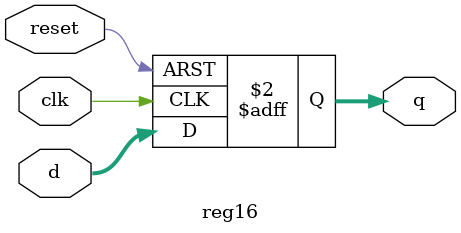
<source format=v>
module reg16(input [15:0]d,input reset,clk,output reg [15:0]q);
always@(posedge reset or posedge clk)
begin
if(reset)
q<=16'b0000000000000000;
else
q<=d;
end
endmodule

</source>
